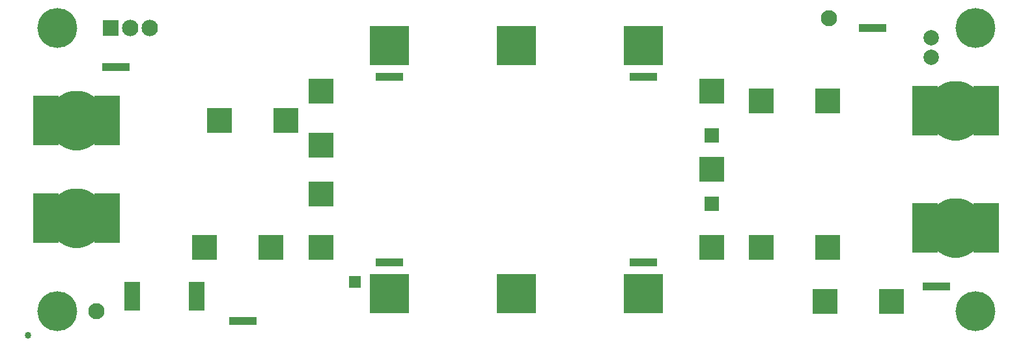
<source format=gbs>
*%FSLAX24Y24*%
*%MOIN*%
G01*
%ADD11C,0.0000*%
%ADD12C,0.0050*%
%ADD13C,0.0060*%
%ADD14C,0.0073*%
%ADD15C,0.0080*%
%ADD16C,0.0098*%
%ADD17C,0.0100*%
%ADD18C,0.0120*%
%ADD19C,0.0160*%
%ADD20C,0.0200*%
%ADD21C,0.0200*%
%ADD22C,0.0240*%
%ADD23C,0.0250*%
%ADD24C,0.0300*%
%ADD25C,0.0300*%
%ADD26C,0.0340*%
%ADD27C,0.0380*%
%ADD28C,0.0394*%
%ADD29C,0.0400*%
%ADD30C,0.0400*%
%ADD31C,0.0430*%
%ADD32C,0.0434*%
%ADD33C,0.0440*%
%ADD34C,0.0450*%
%ADD35C,0.0500*%
%ADD36C,0.0500*%
%ADD37C,0.0560*%
%ADD38C,0.0580*%
%ADD39C,0.0600*%
%ADD40C,0.0630*%
%ADD41C,0.0670*%
%ADD42C,0.0750*%
%ADD43C,0.0760*%
%ADD44C,0.0790*%
%ADD45O,0.0800X0.0600*%
%ADD46C,0.0800*%
%ADD47C,0.0800*%
%ADD48C,0.0827*%
%ADD49O,0.0840X0.0640*%
%ADD50C,0.0840*%
%ADD51C,0.0870*%
%ADD52C,0.0900*%
%ADD53C,0.1100*%
%ADD54C,0.1300*%
%ADD55C,0.1500*%
%ADD56C,0.2000*%
%ADD57C,0.2040*%
%ADD58C,0.2300*%
%ADD59C,0.2500*%
%ADD60R,0.0100X0.0100*%
%ADD61R,0.0200X0.0200*%
%ADD62R,0.0300X0.0300*%
%ADD63R,0.0500X0.0400*%
%ADD64R,0.0500X0.0500*%
%ADD65R,0.0500X0.0500*%
%ADD66R,0.0540X0.0440*%
%ADD67R,0.0550X0.0350*%
%ADD68R,0.0600X0.0600*%
%ADD69R,0.0640X0.0640*%
%ADD70R,0.0700X0.0700*%
%ADD71R,0.0700X0.0700*%
%ADD72R,0.0740X0.0740*%
%ADD73R,0.0740X0.1420*%
%ADD74R,0.0750X0.1460*%
%ADD75R,0.0800X0.0800*%
%ADD76R,0.0800X0.1476*%
%ADD77R,0.0840X0.0840*%
%ADD78R,0.0840X0.1516*%
%ADD79R,0.0960X0.0540*%
%ADD80R,0.1000X0.0600*%
%ADD81R,0.1000X0.1000*%
%ADD82R,0.1040X0.0640*%
%ADD83R,0.1040X0.1040*%
%ADD84R,0.1100X0.1100*%
%ADD85R,0.1200X0.1200*%
%ADD86R,0.1200X0.1200*%
%ADD87R,0.1250X0.1250*%
%ADD88R,0.1250X0.2500*%
%ADD89R,0.1290X0.1290*%
%ADD90R,0.1290X0.1290*%
%ADD91R,0.1300X0.0360*%
%ADD92R,0.1350X0.0400*%
%ADD93R,0.1390X0.0440*%
%ADD94R,0.1500X0.1500*%
%ADD95R,0.1700X0.1700*%
%ADD96R,0.1800X0.1800*%
%ADD97R,0.2000X0.0750*%
%ADD98R,0.2000X0.0940*%
%ADD99R,0.2000X0.0950*%
%ADD100R,0.2000X0.1800*%
%ADD101R,0.2000X0.2000*%
%ADD102R,0.2000X0.2000*%
%ADD103R,0.2040X0.0790*%
%ADD104R,0.2040X0.2040*%
%ADD105R,0.2100X0.2100*%
%ADD106R,0.2200X0.2200*%
%ADD107R,0.2400X0.2400*%
%ADD108R,0.2500X0.0150*%
%ADD109R,0.2500X0.1000*%
%ADD110R,0.2500X0.2500*%
D11*
X63210Y12570D02*
D03*
X60460Y10070D02*
D03*
X58710Y19170D02*
D03*
X58660Y16870D02*
D03*
X57210Y26070D02*
D03*
X55210Y18070D02*
D03*
X54960Y24570D02*
D03*
X51960Y20320D02*
D03*
Y16820D02*
D03*
Y18070D02*
D03*
X52960Y26070D02*
D03*
X52210Y10070D02*
D03*
X50210Y20320D02*
D03*
X50960Y16820D02*
D03*
X47960Y26070D02*
D03*
X47710Y15820D02*
D03*
Y20320D02*
D03*
X47960Y10070D02*
D03*
X45710Y18070D02*
D03*
X44210Y22820D02*
D03*
X44960Y15820D02*
D03*
Y20320D02*
D03*
X44210Y13070D02*
D03*
X43710Y11820D02*
D03*
X42460Y20320D02*
D03*
Y15820D02*
D03*
X42710Y25070D02*
D03*
X37960Y15320D02*
D03*
Y23070D02*
D03*
X36460D02*
D03*
X36210Y20820D02*
D03*
X36460Y25320D02*
D03*
X36210Y14070D02*
D03*
X37210Y14820D02*
D03*
X36210Y11070D02*
D03*
X33960Y18070D02*
D03*
X30710D02*
D03*
X29460Y24070D02*
D03*
X29060Y11070D02*
D03*
X29960Y10070D02*
D03*
X26210D02*
D03*
X24460Y25820D02*
D03*
X25210Y22320D02*
D03*
Y19070D02*
D03*
Y12070D02*
D03*
X23460Y23820D02*
D03*
X21460Y25320D02*
D03*
X20210Y23320D02*
D03*
X20460Y16570D02*
D03*
Y10070D02*
D03*
X17960Y26070D02*
D03*
Y24320D02*
D03*
X16210Y22820D02*
D03*
D26*
X13960Y9570D02*
D03*
D32*
X54960Y25820D02*
D03*
X17460Y10820D02*
D03*
D44*
X60210Y24820D02*
D03*
Y23820D02*
D03*
D47*
X60340Y21070D02*
X60341D01*
X60340D02*
X60353Y20903D01*
X60390Y20740D01*
X60451Y20584D01*
X60535Y20439D01*
X60639Y20308D01*
X60762Y20194D01*
X60900Y20100D01*
X61051Y20027D01*
X61211Y19978D01*
X61376Y19953D01*
X61544D01*
X61709Y19978D01*
X61869Y20027D01*
X62020Y20100D01*
X62158Y20194D01*
X62281Y20308D01*
X62385Y20439D01*
X62469Y20584D01*
X62530Y20740D01*
X62567Y20903D01*
X62580Y21070D01*
X62581D01*
X62580D02*
X62567Y21237D01*
X62530Y21400D01*
X62469Y21556D01*
X62385Y21701D01*
X62281Y21832D01*
X62158Y21946D01*
X62020Y22040D01*
X61869Y22113D01*
X61709Y22162D01*
X61544Y22187D01*
X61376D01*
X61211Y22162D01*
X61051Y22113D01*
X60900Y22040D01*
X60762Y21946D01*
X60639Y21832D01*
X60535Y21701D01*
X60451Y21556D01*
X60390Y21400D01*
X60353Y21237D01*
X60340Y21070D01*
X61120D02*
X61121D01*
X61120D02*
X61141Y20954D01*
X61200Y20851D01*
X61290Y20776D01*
X61401Y20735D01*
X61519D01*
X61630Y20776D01*
X61720Y20851D01*
X61779Y20954D01*
X61800Y21070D01*
X61801D01*
X61800D02*
X61779Y21186D01*
X61720Y21289D01*
X61630Y21364D01*
X61519Y21405D01*
X61401D01*
X61290Y21364D01*
X61200Y21289D01*
X61141Y21186D01*
X61120Y21070D01*
X60340Y15070D02*
X60341D01*
X60340D02*
X60353Y14903D01*
X60390Y14740D01*
X60451Y14584D01*
X60535Y14439D01*
X60639Y14308D01*
X60762Y14194D01*
X60900Y14100D01*
X61051Y14027D01*
X61211Y13978D01*
X61376Y13953D01*
X61544D01*
X61709Y13978D01*
X61869Y14027D01*
X62020Y14100D01*
X62158Y14194D01*
X62281Y14308D01*
X62385Y14439D01*
X62469Y14584D01*
X62530Y14740D01*
X62567Y14903D01*
X62580Y15070D01*
X62581D01*
X62580D02*
X62567Y15237D01*
X62530Y15400D01*
X62469Y15556D01*
X62385Y15701D01*
X62281Y15832D01*
X62158Y15946D01*
X62020Y16040D01*
X61869Y16113D01*
X61709Y16162D01*
X61544Y16187D01*
X61376D01*
X61211Y16162D01*
X61051Y16113D01*
X60900Y16040D01*
X60762Y15946D01*
X60639Y15832D01*
X60535Y15701D01*
X60451Y15556D01*
X60390Y15400D01*
X60353Y15237D01*
X60340Y15070D01*
X61120D02*
X61121D01*
X61120D02*
X61141Y14954D01*
X61200Y14851D01*
X61290Y14776D01*
X61401Y14735D01*
X61519D01*
X61630Y14776D01*
X61720Y14851D01*
X61779Y14954D01*
X61800Y15070D01*
X61801D01*
X61800D02*
X61779Y15186D01*
X61720Y15289D01*
X61630Y15364D01*
X61519Y15405D01*
X61401D01*
X61290Y15364D01*
X61200Y15289D01*
X61141Y15186D01*
X61120Y15070D01*
X15340Y20570D02*
X15341D01*
X15340D02*
X15353Y20403D01*
X15390Y20240D01*
X15451Y20084D01*
X15535Y19939D01*
X15639Y19808D01*
X15762Y19694D01*
X15900Y19600D01*
X16051Y19527D01*
X16211Y19478D01*
X16376Y19453D01*
X16544D01*
X16709Y19478D01*
X16869Y19527D01*
X17020Y19600D01*
X17158Y19694D01*
X17281Y19808D01*
X17385Y19939D01*
X17469Y20084D01*
X17530Y20240D01*
X17567Y20403D01*
X17580Y20570D01*
X17581D01*
X17580D02*
X17567Y20737D01*
X17530Y20900D01*
X17469Y21056D01*
X17385Y21201D01*
X17281Y21332D01*
X17158Y21446D01*
X17020Y21540D01*
X16869Y21613D01*
X16709Y21662D01*
X16544Y21687D01*
X16376D01*
X16211Y21662D01*
X16051Y21613D01*
X15900Y21540D01*
X15762Y21446D01*
X15639Y21332D01*
X15535Y21201D01*
X15451Y21056D01*
X15390Y20900D01*
X15353Y20737D01*
X15340Y20570D01*
X16120D02*
X16121D01*
X16120D02*
X16141Y20454D01*
X16200Y20351D01*
X16290Y20276D01*
X16401Y20235D01*
X16519D01*
X16630Y20276D01*
X16720Y20351D01*
X16779Y20454D01*
X16800Y20570D01*
X16801D01*
X16800D02*
X16779Y20686D01*
X16720Y20789D01*
X16630Y20864D01*
X16519Y20905D01*
X16401D01*
X16290Y20864D01*
X16200Y20789D01*
X16141Y20686D01*
X16120Y20570D01*
X15340Y15570D02*
X15341D01*
X15340D02*
X15353Y15403D01*
X15390Y15240D01*
X15451Y15084D01*
X15535Y14939D01*
X15639Y14808D01*
X15762Y14694D01*
X15900Y14600D01*
X16051Y14527D01*
X16211Y14478D01*
X16376Y14453D01*
X16544D01*
X16709Y14478D01*
X16869Y14527D01*
X17020Y14600D01*
X17158Y14694D01*
X17281Y14808D01*
X17385Y14939D01*
X17469Y15084D01*
X17530Y15240D01*
X17567Y15403D01*
X17580Y15570D01*
X17581D01*
X17580D02*
X17567Y15737D01*
X17530Y15900D01*
X17469Y16056D01*
X17385Y16201D01*
X17281Y16332D01*
X17158Y16446D01*
X17020Y16540D01*
X16869Y16613D01*
X16709Y16662D01*
X16544Y16687D01*
X16376D01*
X16211Y16662D01*
X16051Y16613D01*
X15900Y16540D01*
X15762Y16446D01*
X15639Y16332D01*
X15535Y16201D01*
X15451Y16056D01*
X15390Y15900D01*
X15353Y15737D01*
X15340Y15570D01*
X16120D02*
X16121D01*
X16120D02*
X16141Y15454D01*
X16200Y15351D01*
X16290Y15276D01*
X16401Y15235D01*
X16519D01*
X16630Y15276D01*
X16720Y15351D01*
X16779Y15454D01*
X16800Y15570D01*
X16801D01*
X16800D02*
X16779Y15686D01*
X16720Y15789D01*
X16630Y15864D01*
X16519Y15905D01*
X16401D01*
X16290Y15864D01*
X16200Y15789D01*
X16141Y15686D01*
X16120Y15570D01*
D48*
X54960Y25820D02*
D03*
X17460Y10820D02*
D03*
D50*
X19210Y25320D02*
D03*
X20210D02*
D03*
D57*
X62460D02*
D03*
Y10820D02*
D03*
X15460Y25320D02*
D03*
Y10820D02*
D03*
D69*
X30710Y12320D02*
D03*
D72*
X48960Y19820D02*
D03*
Y16320D02*
D03*
D77*
X18210Y25320D02*
D03*
D78*
X19306Y11570D02*
D03*
X22614D02*
D03*
D89*
X51510Y14070D02*
D03*
X54910D02*
D03*
X54760Y11320D02*
D03*
X58160D02*
D03*
X51510Y21570D02*
D03*
X54910D02*
D03*
X23010Y14070D02*
D03*
X26410D02*
D03*
X23760Y20570D02*
D03*
X27160D02*
D03*
X28960Y14070D02*
D03*
Y22070D02*
D03*
X48960D02*
D03*
Y18070D02*
D03*
Y14070D02*
D03*
X28960Y16820D02*
D03*
Y19320D02*
D03*
D90*
X59900Y20445D02*
Y21695D01*
X63020D02*
Y20445D01*
Y15695D02*
Y14445D01*
X59900D02*
Y15695D01*
X14900Y19945D02*
Y21195D01*
X18020D02*
Y19945D01*
Y16195D02*
Y14945D01*
X14900D02*
Y16195D01*
D93*
X57210Y25320D02*
D03*
X45460Y13320D02*
D03*
X60460Y12070D02*
D03*
X45460Y22820D02*
D03*
X18460Y23320D02*
D03*
X32460Y22820D02*
D03*
Y13320D02*
D03*
X24960Y10320D02*
D03*
D104*
X38960Y24420D02*
D03*
X45460D02*
D03*
Y11720D02*
D03*
X38960D02*
D03*
X32460D02*
D03*
Y24420D02*
D03*
M02*

</source>
